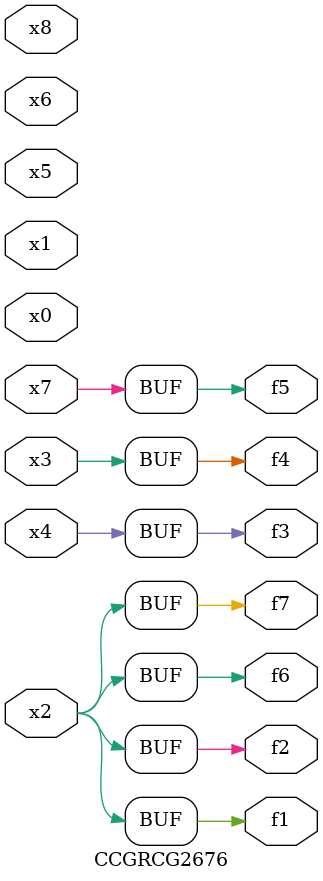
<source format=v>
module CCGRCG2676(
	input x0, x1, x2, x3, x4, x5, x6, x7, x8,
	output f1, f2, f3, f4, f5, f6, f7
);
	assign f1 = x2;
	assign f2 = x2;
	assign f3 = x4;
	assign f4 = x3;
	assign f5 = x7;
	assign f6 = x2;
	assign f7 = x2;
endmodule

</source>
